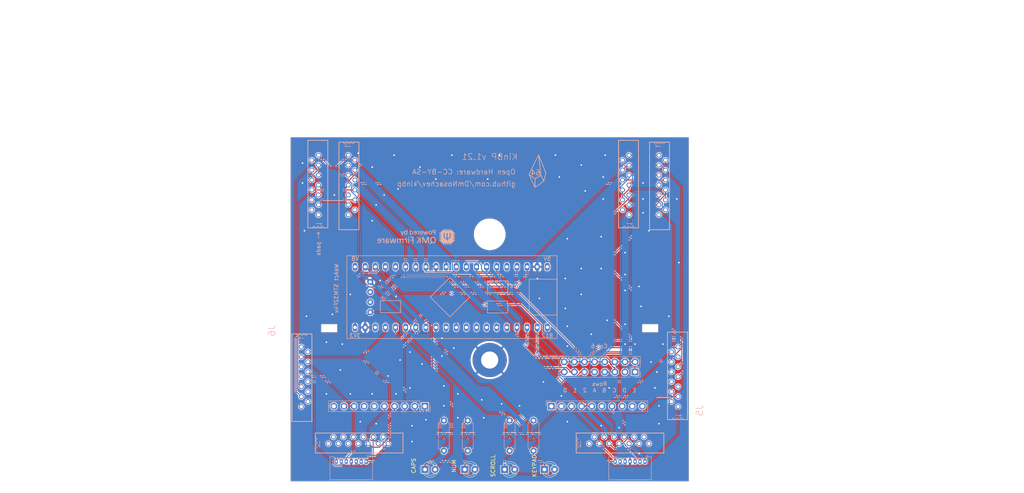
<source format=kicad_pcb>
(kicad_pcb (version 20221018) (generator pcbnew)
  (title_block (title "KinBP controller PCB") (date "2022-06-20") (rev "1.21"))
  (layers (0 "F.Cu" signal) (31 "B.Cu" signal) (34 "B.Paste" user) (35 "F.Paste" user) (36 "B.SilkS" user "B.Silkscreen") (37 "F.SilkS" user "F.Silkscreen") (38 "B.Mask" user) (39 "F.Mask" user) (44 "Edge.Cuts" user))
  (net 0 "")
  (net 1 "/3V3")
  (net 2 "GND")
  (net 34 "LED_KPD_R")
  (net 35 "COL_5")
  (net 36 "ROW_9")
  (net 37 "ROW_7")
  (net 38 "COL_6")
  (net 39 "ROW_8")
  (net 40 "ROW_6")
  (net 41 "COL_0")
  (net 42 "ROW_4")
  (net 43 "ROW_1")
  (net 44 "COL_1")
  (net 45 "COL_2")
  (net 46 "COL_4")
  (net 47 "ROW_5")
  (net 48 "ROW_3")
  (net 49 "ROW_2")
  (net 50 "ROW_0")
  (net 51 "COL_3")
  (net 52 "ROW_D")
  (net 53 "ROW_E")
  (net 54 "ROW_C")
  (net 55 "ROW_B")
  (net 56 "ROW_A")
  (net 57 "LED_CAPS")
  (net 58 "LED_NUM")
  (net 59 "LED_SCRL")
  (net 60 "LED_KPD")
  (net 61 "LED_SCRL_R")
  (net 62 "LED_NUM_R")
  (net 63 "LED_CAPS_R")
  (footprint "MountingHole:MountingHole_6mm" (layer "F.Cu") (at 142 74.9)
    (fp_text reference "H2" hide)
    (fp_text value "mounting pad")
  )
  (footprint "MountingHole:MountingHole_4.3mm_M4_Pad" (layer "F.Cu") (at 142 106.5)
    (fp_text reference "H1" hide)
    (fp_text value "mounting pad" hide)
  )
  (footprint "LED_THT:LED_D3.0mm" (layer "F.Cu") (at 135.75 134)
    (fp_text reference "LED3" hide)
    (fp_text value "3mm")
  )
  (footprint "LED_THT:LED_D3.0mm" (layer "F.Cu") (at 145.75 134)
    (fp_text reference "LED2" hide)
    (fp_text value "3mm")
  )
  (footprint "LED_THT:LED_D3.0mm" (layer "F.Cu") (at 155.75 134)
    (fp_text reference "LED1" hide)
    (fp_text value "3mm")
  )
  (footprint "LED_THT:LED_D3.0mm" (layer "F.Cu") (at 125.75 134)
    (fp_text reference "LED4" hide)
    (fp_text value "3mm")
  )
  (footprint "Connector_PinHeader_2.54mm:PinHeader_1x10_P2.54mm_Vertical" (layer "B.Cu") (at 157.48 118.11 -90)
    (fp_text reference "J8" hide)
    (fp_text value "RIGHT_THUMB" hide)
  )
  (footprint "footprints:39-53-2135" (layer "B.Cu") (at 174.5 127.5)
    (fp_text reference "J11" hide)
    (fp_text value "RIGHT_THUMB")
  )
  (footprint "footprints:39-53-2135" (layer "B.Cu") (at 94.7 110.7 -90)
    (fp_text reference "J6")
    (fp_text value "LEFT_KEYWELL")
  )
  (footprint "footprints:39-53-2135" (layer "B.Cu") (at 99 62.5 90)
    (fp_text reference "J2" hide)
    (fp_text value "LEFT_TOP")
  )
  (footprint "footprints:39-53-2135" (layer "B.Cu") (at 189.3 110.7 90)
    (fp_text reference "J5")
    (fp_text value "RIGHT_KEYWELL")
  )
  (footprint "footprints:39-53-2135" (layer "B.Cu") (at 109 127.5)
    (fp_text reference "J10" hide)
    (fp_text value "LEFT_THUMB")
  )
  (footprint "footprints:39-53-2135" (layer "B.Cu") (at 184.5 62.5 -90)
    (fp_text reference "J3" hide)
    (fp_text value "RIGHT_TOP")
  )
  (footprint "Connector_PinHeader_2.54mm:PinHeader_1x10_P2.54mm_Vertical" (layer "B.Cu") (at 125.73 118.11 90)
    (fp_text reference "J7" hide)
    (fp_text value "LEFT_THUMB" hide)
  )
  (footprint "logo:q64logo" (layer "B.Cu") (at 154 59 180)
    (fp_text reference "G1" hide)
    (fp_text value "LOGO" hide)
  )
  (footprint "Connector_PinHeader_2.54mm:PinHeader_2x08_P2.54mm_Vertical" (layer "B.Cu") (at 178.5 109.5 90)
    (fp_text reference "J9" hide)
    (fp_text value "Conn_02x08_Odd_Even")
  )
  (footprint "logo:qmk-small" (layer "B.Cu") (at 123.5 75.5 180)
    (fp_text reference "G***" hide)
    (fp_text value "LOGO" hide)
  )
  (footprint "Resistor_SMD:R_0805_2012Metric_Pad1.20x1.40mm_HandSolder" (layer "B.Cu") (at 130.5 125.5)
    (fp_text reference "R4" hide)
    (fp_text value "1k")
  )
  (footprint "Resistor_SMD:R_0805_2012Metric_Pad1.20x1.40mm_HandSolder" (layer "B.Cu") (at 136.5 125.5)
    (fp_text reference "R3" hide)
    (fp_text value "1k")
  )
  (footprint "Resistor_SMD:R_0805_2012Metric_Pad1.20x1.40mm_HandSolder" (layer "B.Cu") (at 147 125.5)
    (fp_text reference "R2" hide)
    (fp_text value "1k")
  )
  (footprint "Resistor_SMD:R_0805_2012Metric_Pad1.20x1.40mm_HandSolder" (layer "B.Cu") (at 153 125.5)
    (fp_text reference "R1" hide)
    (fp_text value "1k")
  )
  (footprint "footprints:STM32F4x1_MiniF4" (layer "B.Cu") (at 132.334 90.678 180)
    (fp_text reference "U1" hide)
    (fp_text value "weact_STM32F4x1")
  )
  (footprint "footprints:39-53-2135" (layer "B.Cu") (at 106.5 62.5 -90)
    (fp_text reference "J1" hide)
    (fp_text value "LEFT_TOP")
  )
  (footprint "Resistor_THT:R_Axial_DIN0207_L6.3mm_D2.5mm_P7.62mm_Horizontal" (layer "B.Cu") (at 153 121.69 -90)
    (fp_text reference "R5" hide)
    (fp_text value "1k")
  )
  (footprint "footprints:39-53-2135" (layer "B.Cu") (at 177 62.5 90)
    (fp_text reference "J4" hide)
    (fp_text value "RIGHT_TOP")
  )
  (footprint "Resistor_THT:R_Axial_DIN0207_L6.3mm_D2.5mm_P7.62mm_Horizontal" (layer "B.Cu") (at 130.5 121.69 -90)
    (fp_text reference "R8" hide)
    (fp_text value "1k")
  )
  (footprint "Connector_Molex:Molex_PicoBlade_53048-0710_1x07_P1.25mm_Horizontal" (layer "B.Cu") (at 111 132 180)
    (fp_text reference "J13" hide)
    (fp_text value "LEFT_THUMB")
  )
  (footprint "Connector_Molex:Molex_PicoBlade_53048-0710_1x07_P1.25mm_Horizontal" (layer "B.Cu") (at 181 132 180)
    (fp_text reference "J12" hide)
    (fp_text value "RIGHT_THUMB")
  )
  (footprint "Resistor_THT:R_Axial_DIN0207_L6.3mm_D2.5mm_P7.62mm_Horizontal" (layer "B.Cu") (at 136.5 121.69 -90)
    (fp_text reference "R7" hide)
    (fp_text value "1k")
  )
  (footprint "Resistor_THT:R_Axial_DIN0207_L6.3mm_D2.5mm_P7.62mm_Horizontal" (layer "B.Cu") (at 147 121.69 -90)
    (fp_text reference "R6" hide)
    (fp_text value "1k")
  )
  (gr_line (start 92 137) (end 92 50.5) (stroke (width 0.05)) (layer "Edge.Cuts"))
  (gr_line (start 184.3 99.5) (end 182.3 99.5) (stroke (width 0.05)) (layer "Edge.Cuts"))
  (gr_line (start 99.7 99.5) (end 101.7 99.5) (stroke (width 0.05)) (layer "Edge.Cuts"))
  (gr_line (start 192 137) (end 92 137) (stroke (width 0.05)) (layer "Edge.Cuts"))
  (gr_line (start 180.3 97.5) (end 184.3 97.5) (stroke (width 0.05)) (layer "Edge.Cuts"))
  (gr_line (start 103.7 99.5) (end 103.7 97.5) (stroke (width 0.05)) (layer "Edge.Cuts"))
  (gr_line (start 184.3 97.5) (end 184.3 99.5) (stroke (width 0.05)) (layer "Edge.Cuts"))
  (gr_line (start 182.3 99.5) (end 180.3 99.5) (stroke (width 0.05)) (layer "Edge.Cuts"))
  (gr_line (start 192 50.5) (end 192 137) (stroke (width 0.05)) (layer "Edge.Cuts"))
  (gr_line (start 99.7 97.5) (end 99.7 99.5) (stroke (width 0.05)) (layer "Edge.Cuts"))
  (gr_line (start 92 50.5) (end 192 50.5) (stroke (width 0.05)) (layer "Edge.Cuts"))
  (gr_line (start 180.3 99.5) (end 180.3 97.5) (stroke (width 0.05)) (layer "Edge.Cuts"))
  (gr_line (start 101.7 99.5) (end 103.7 99.5) (stroke (width 0.05)) (layer "Edge.Cuts"))
  (gr_line (start 103.7 97.5) (end 99.7 97.5) (stroke (width 0.05)) (layer "Edge.Cuts"))
  (gr_text "Open Hardware: CC-BY-SA" (at 148.6 59.2) (layer "B.SilkS") (effects (font (size 1.25 1.25)) (justify left mirror)))
  (gr_text "↑" (at 99 75) (layer "B.SilkS") (effects (font (size 2 2)) (justify mirror)))
  (gr_text "WeAct STM32F4x" (at 103.5 88.5 90) (layer "B.SilkS") (effects (font (size 1 1)) (justify mirror)))
  (gr_text "Rows\nE  D  C  B  A  2  1  0" (at 169.61 113.31) (layer "B.SilkS") (effects (font (size 1 1)) (justify mirror)))
  (gr_text "github.com/DmNosachev/kinbp" (at 148.6 62.2) (layer "B.SilkS") (effects (font (size 1.254 1.254)) (justify left mirror)))
  (gr_text "pads" (at 99 78.5 90) (layer "B.SilkS") (effects (font (size 1 1)) (justify mirror)))
  (gr_text "Col 6" (at 169.5 103) (layer "B.SilkS") (effects (font (size 1 1)) (justify mirror)))
  (gr_text "KinBP v1.21" (at 142 55.4) (layer "B.SilkS") (effects (font (size 1.524 1.524)) (justify mirror)))
  (gr_text "CAPS" (at 123.5 135.066 90) (layer "F.SilkS") (effects (font (size 1 1)) (justify left bottom)))
  (gr_text "NUM" (at 133.632 134.866 90) (layer "F.SilkS") (effects (font (size 1 1)) (justify left bottom)))
  (gr_text "SCROLL" (at 143.432 136 90) (layer "F.SilkS") (effects (font (size 1 1)) (justify left bottom)))
  (gr_text "KEYPAD" (at 153.832 136 90) (layer "F.SilkS") (effects (font (size 1 1)) (justify left bottom)))
  (segment (start 108.204 97.0203) (end 109.4817 97.0203) (width 0.25) (layer "F.Cu") (net 1))
  (segment (start 147.1122 132.8222) (end 139.4678 132.8222) (width 0.25) (layer "F.Cu") (net 1))
  (segment (start 108.204 98.298) (end 108.204 97.0203) (width 0.25) (layer "F.Cu") (net 1))
  (segment (start 148.29 134) (end 147.1122 132.8222) (width 0.25) (layer "F.Cu") (net 1))
  (segment (start 149.3388 87.1157) (end 149.3388 87.1156) (width 0.25) (layer "F.Cu") (net 1))
  (segment (start 139.4678 132.8222) (end 138.29 134) (width 0.25) (layer "F.Cu") (net 1))
  (segment (start 119.3863 87.1157) (end 149.3388 87.1157) (width 0.25) (layer "F.Cu") (net 1))
  (segment (start 112.014 94.488) (end 119.3863 87.1157) (width 0.25) (layer "F.Cu") (net 1))
  (segment (start 109.4817 97.0203) (end 112.014 94.488) (width 0.25) (layer "F.Cu") (net 1))
  (via (at 149.3388 87.1156) (size 0.8) (drill 0.4) (layers "F.Cu" "B.Cu") (net 1))
  (segment (start 132.4247 129.8653) (end 132.4247 112.5679) (width 0.25) (layer "B.Cu") (net 1))
  (segment (start 151.384 85.0704) (end 151.384 83.058) (width 0.25) (layer "B.Cu") (net 1))
  (segment (start 157.1122 135.1778) (end 149.4678 135.1778) (width 0.25) (layer "B.Cu") (net 1))
  (segment (start 130.9212 131.3688) (end 134.7302 135.1778) (width 0.25) (layer "B.Cu") (net 1))
  (segment (start 116.2501 94.488) (end 112.014 94.488) (width 0.25) (layer "B.Cu") (net 1))
  (segment (start 132.4247 112.5679) (end 119.6483 99.7915) (width 0.25) (layer "B.Cu") (net 1))
  (segment (start 119.6483 97.8862) (end 116.2501 94.488) (width 0.25) (layer "B.Cu") (net 1))
  (segment (start 134.7302 135.1778) (end 137.1122 135.1778) (width 0.25) (layer "B.Cu") (net 1))
  (segment (start 149.4678 135.1778) (end 148.29 134) (width 0.25) (layer "B.Cu") (net 1))
  (segment (start 158.29 134) (end 157.1122 135.1778) (width 0.25) (layer "B.Cu") (net 1))
  (segment (start 128.29 134) (end 130.9212 131.3688) (width 0.25) (layer "B.Cu") (net 1))
  (segment (start 137.1122 135.1778) (end 138.29 134) (width 0.25) (layer "B.Cu") (net 1))
  (segment (start 119.6483 99.7915) (end 119.6483 97.8862) (width 0.25) (layer "B.Cu") (net 1))
  (segment (start 149.3388 87.1156) (end 151.384 85.0704) (width 0.25) (layer "B.Cu") (net 1))
  (segment (start 130.9212 131.3688) (end 132.4247 129.8653) (width 0.25) (layer "B.Cu") (net 1))
  (via (at 130 105.5) (size 0.8) (drill 0.4) (layers "F.Cu" "B.Cu") (net 2))
  (via (at 171.5 96.5) (size 0.8) (drill 0.4) (layers "F.Cu" "B.Cu") (net 2))
  (via (at 122.5 127) (size 0.8) (drill 0.4) (layers "F.Cu" "B.Cu") (net 2))
  (via (at 171 55) (size 0.8) (drill 0.4) (layers "F.Cu" "B.Cu") (net 2))
  (via (at 176 97.5) (size 0.8) (drill 0.4) (layers "F.Cu" "B.Cu") (net 2))
  (via (at 144.5 55) (size 0.8) (drill 0.4) (layers "F.Cu" "B.Cu") (net 2))
  (via (at 183.5 113.5) (size 0.8) (drill 0.4) (layers "F.Cu" "B.Cu") (net 2))
  (via (at 104.5 109) (size 0.8) (drill 0.4) (layers "F.Cu" "B.Cu") (net 2))
  (via (at 170 75.5) (size 0.8) (drill 0.4) (layers "F.Cu" "B.Cu") (net 2))
  (via (at 187 95.5) (size 0.8) (drill 0.4) (layers "F.Cu" "B.Cu") (net 2))
  (via (at 134 115) (size 0.8) (drill 0.4) (layers "F.Cu" "B.Cu") (net 2))
  (via (at 116.5 110.5) (size 0.8) (drill 0.4) (layers "F.Cu" "B.Cu") (net 2))
  (via (at 158.5 55) (size 0.8) (drill 0.4) (layers "F.Cu" "B.Cu") (net 2))
  (via (at 102.5 95) (size 0.8) (drill 0.4) (layers "F.Cu" "B.Cu") (net 2))
  (via (at 96 95.5) (size 0.8) (drill 0.4) (layers "F.Cu" "B.Cu") (net 2))
  (via (at 130.5 118) (size 0.8) (drill 0.4) (layers "F.Cu" "B.Cu") (net 2))
  (via (at 134 121) (size 0.8) (drill 0.4) (layers "F.Cu" "B.Cu") (net 2))
  (via (at 140.5 121) (size 0.8) (drill 0.4) (layers "F.Cu" "B.Cu") (net 2))
  (via (at 180.5 62) (size 0.8) (drill 0.4) (layers "F.Cu" "B.Cu") (net 2))
  (via (at 165 57.5) (size 0.8) (drill 0.4) (layers "F.Cu" "B.Cu") (net 2))
  (via (at 122 104.5) (size 0.8) (drill 0.4) (layers "F.Cu" "B.Cu") (net 2))
  (via (at 172 113.5) (size 0.8) (drill 0.4) (layers "F.Cu" "B.Cu") (net 2))
  (via (at 166 64) (size 0.8) (drill 0.4) (layers "F.Cu" "B.Cu") (net 2))
  (via (at 161.5 103) (size 0.8) (drill 0.4) (layers "F.Cu" "B.Cu") (net 2))
  (via (at 112.5 58) (size 0.8) (drill 0.4) (layers "F.Cu" "B.Cu") (net 2))
  (via (at 95 62) (size 0.8) (drill 0.4) (layers "F.Cu" "B.Cu") (net 2))
  (via (at 101 102) (size 0.8) (drill 0.4) (layers "F.Cu" "B.Cu") (net 2))
  (via (at 170 83.5) (size 0.8) (drill 0.4) (layers "F.Cu" "B.Cu") (net 2))
  (via (at 159.5 60.5) (size 0.8) (drill 0.4) (layers "F.Cu" "B.Cu") (net 2))
  (via (at 130 101) (size 0.8) (drill 0.4) (layers "F.Cu" "B.Cu") (net 2))
  (via (at 107 90) (size 0.8) (drill 0.4) (layers "F.Cu" "B.Cu") (net 2))
  (via (at 149.5 118) (size 0.8) (drill 0.4) (layers "F.Cu" "B.Cu") (net 2))
  (via (at 176 89) (size 0.8) (drill 0.4) (layers "F.Cu" "B.Cu") (net 2))
  (via (at 189.5 82) (size 0.8) (drill 0.4) (layers "F.Cu" "B.Cu") (net 2))
  (via (at 155.5 112) (size 0.8) (drill 0.4) (layers "F.Cu" "B.Cu") (net 2))
  (via (at 95 57) (size 0.8) (drill 0.4) (layers "F.Cu" "B.Cu") (net 2))
  (via (at 119 63.5) (size 0.8) (drill 0.4) (layers "F.Cu" "B.Cu") (net 2))
  (via (at 114.5 86.5) (size 0.8) (drill 0.4) (layers "F.Cu" "B.Cu") (net 2))
  (via (at 103 65) (size 0.8) (drill 0.4) (layers "F.Cu" "B.Cu") (net 2))
  (via (at 170 123) (size 0.8) (drill 0.4) (layers "F.Cu" "B.Cu") (net 2))
  (via (at 109 54.5) (size 0.8) (drill 0.4) (layers "F.Cu" "B.Cu") (net 2))
  (via (at 180.5 66) (size 0.8) (drill 0.4) (layers "F.Cu" "B.Cu") (net 2))
  (via (at 154 86) (size 0.8) (drill 0.4) (layers "F.Cu" "B.Cu") (net 2))
  (via (at 185.5 102.5) (size 0.8) (drill 0.4) (layers "F.Cu" "B.Cu") (net 2))
  (via (at 141.5 61) (size 0.8) (drill 0.4) (layers "F.Cu" "B.Cu") (net 2))
  (via (at 112.5 71.5) (size 0.8) (drill 0.4) (layers "F.Cu" "B.Cu") (net 2))
  (via (at 179.5 88) (size 0.8) (drill 0.4) (layers "F.Cu" "B.Cu") (net 2))
  (via (at 95.5 74) (size 0.8) (drill 0.4) (layers "F.Cu" "B.Cu") (net 2))
  (via (at 176 102.5) (size 0.8) (drill 0.4) (layers "F.Cu" "B.Cu") (net 2))
  (via (at 145 117.5) (size 0.8) (drill 0.4) (layers "F.Cu" "B.Cu") (net 2))
  (via (at 133 103.5) (size 0.8) (drill 0.4) (layers "F.Cu" "B.Cu") (net 2))
  (via (at 101 115) (size 0.8) (drill 0.4) (layers "F.Cu" "B.Cu") (net 2))
  (via (at 161.5 76) (size 0.8) (drill 0.4) (layers "F.Cu" "B.Cu") (net 2))
  (via (at 122 113.5) (size 0.8) (drill 0.4) (layers "F.Cu" "B.Cu") (net 2))
  (via (at 112.5 115) (size 0.8) (drill 0.4) (layers "F.Cu" "B.Cu") (net 2))
  (via (at 107 115) (size 0.8) (drill 0.4) (layers "F.Cu" "B.Cu") (net 2))
  (via (at 160 115.5) (size 0.8) (drill 0.4) (layers "F.Cu" "B.Cu") (net 2))
  (via (at 182 74) (size 0.8) (drill 0.4) (layers "F.Cu" "B.Cu") (net 2))
  (via (at 178.5 102.5) (size 0.8) (drill 0.4) (layers "F.Cu" "B.Cu") (net 2))
  (via (at 105 102.5) (size 0.8) (drill 0.4) (layers "F.Cu" "B.Cu") (net 2))
  (via (at 140 116.5) (size 0.8) (drill 0.4) (layers "F.Cu" "B.Cu") (net 2))
  (via (at 180.5 69.5) (size 0.8) (drill 0.4) (layers "F.Cu" "B.Cu") (net 2))
  (via (at 154.5 91) (size 0.8) (drill 0.4) (layers "F.Cu" "B.Cu") (net 2))
  (via (at 170.5 66) (size 0.8) (drill 0.4) (layers "F.Cu" "B.Cu") (net 2))
  (via (at 119.5 106.5) (size 0.8) (drill 0.4) (layers "F.Cu" "B.Cu") (net 2))
  (via (at 118.5 115) (size 0.8) (drill 0.4) (layers "F.Cu" "B.Cu") (net 2))
  (via (at 170.5 60.5) (size 0.8) (drill 0.4) (layers "F.Cu" "B.Cu") (net 2))
  (via (at 180 93) (size 0.8) (drill 0.4) (layers "F.Cu" "B.Cu") (net 2))
  (via (at 109.5 122) (size 0.8) (drill 0.4) (layers "F.Cu" "B.Cu") (net 2))
  (via (at 128.5 61) (size 0.8) (drill 0.4) (layers "F.Cu" "B.Cu") (net 2))
  (via (at 184.5 122.5) (size 0.8) (drill 0.4) (layers "F.Cu" "B.Cu") (net 2))
  (via (at 167.5 100) (size 0.8) (drill 0.4) (layers "F.Cu" "B.Cu") (net 2))
  (via (at 118.5 90.5) (size 0.8) (drill 0.4) (layers "F.Cu" "B.Cu") (net 2))
  (via (at 179.5 130) (size 0.8) (drill 0.4) (layers "F.Cu" "B.Cu") (net 2))
  (via (at 174.5 123.5) (size 0.8) (drill 0.4) (layers "F.Cu" "B.Cu") (net 2))
  (via (at 113.5 67.5) (size 0.8) (drill 0.4) (layers "F.Cu" "B.Cu") (net 2))
  (via (at 161 86) (size 0.8) (drill 0.4) (layers "F.Cu" "B.Cu") (net 2))
  (via (at 176 79.5) (size 0.8) (drill 0.4) (layers "F.Cu" "B.Cu") (net 2))
  (via (at 184.5 118) (size 0.8) (drill 0.4) (layers "F.Cu" "B.Cu") (net 2))
  (via (at 125 107.5) (size 0.8) (drill 0.4) (layers "F.Cu" "B.Cu") (net 2))
  (via (at 161.5 98) (size 0.8) (drill 0.4) (layers "F.Cu" "B.Cu") (net 2))
  (via (at 176 85) (size 0.8) (drill 0.4) (layers "F.Cu" "B.Cu") (net 2))
  (via (at 122.5 123) (size 0.8) (drill 0.4) (layers "F.Cu" "B.Cu") (net 2))
  (via (at 189 66) (size 0.8) (drill 0.4) (layers "F.Cu" "B.Cu") (net 2))
  (via (at 130.5 113) (size 0.8) (drill 0.4) (layers "F.Cu" "B.Cu") (net 2))
  (via (at 161 93.5) (size 0.8) (drill 0.4) (layers "F.Cu" "B.Cu") (net 2))
  (via (at 132.5 55) (size 0.8) (drill 0.4) (layers "F.Cu" "B.Cu") (net 2))
  (via (at 165 90) (size 0.8) (drill 0.4) (layers "F.Cu" "B.Cu") (net 2))
  (via (at 124.5 58) (size 0.8) (drill 0.4) (layers "F.Cu" "B.Cu") (net 2))
  (via (at 115.5 65) (size 0.8) (drill 0.4) (layers "F.Cu" "B.Cu") (net 2))
  (via (at 113.5 122.5) (size 0.8) (drill 0.4) (layers "F.Cu" "B.Cu") (net 2))
  (via (at 182.5 107) (size 0.8) (drill 0.4) (layers "F.Cu" "B.Cu") (net 2))
  (via (at 118 55) (size 0.8) (drill 0.4) (layers "F.Cu" "B.Cu") (net 2))
  (via (at 161.5 122) (size 0.8) (drill 0.4) (layers "F.Cu" "B.Cu") (net 2))
  (via (at 184 109.5) (size 0.8) (drill 0.4) (layers "F.Cu" "B.Cu") (net 2))
  (via (at 165 83.5) (size 0.8) (drill 0.4) (layers "F.Cu" "B.Cu") (net 2))
  (via (at 126 121.5) (size 0.8) (drill 0.4) (layers "F.Cu" "B.Cu") (net 2))
  (segment (start 153 130.3877) (end 153.3154 130.3877) (width 0.25) (layer "B.Cu") (net 34))
  (segment (start 155.75 134) (end 155.75 132.8223) (width 0.25) (layer "B.Cu") (net 34))
  (segment (start 153 129.1523) (end 153 128.2323) (width 0.25) (layer "B.Cu") (net 34))
  (segment (start 154 127.2323) (end 154 125.5) (width 0.25) (layer "B.Cu") (net 34))
  (segment (start 153.3154 130.3877) (end 155.75 132.8223) (width 0.25) (layer "B.Cu") (net 34))
  (segment (start 153 129.1523) (end 153 129.31) (width 0.25) (layer "B.Cu") (net 34))
  (segment (start 153 128.2323) (end 154 127.2323) (width 0.25) (layer "B.Cu") (net 34))
  (segment (start 153 129.31) (end 153 130.3877) (width 0.25) (layer "B.Cu") (net 34))
  (segment (start 107.9277 131.0723) (end 103.5 131.0723) (width 0.25) (layer "F.Cu") (net 35))
  (segment (start 184.9 57.5) (end 186.15 58.75) (width 0.25) (layer "F.Cu") (net 35))
  (segment (start 177 57.5) (end 176.6 57.5) (width 0.25) (layer "F.Cu") (net 35))
  (segment (start 117.7734 124.9682) (end 114.3316 128.41) (width 0.25) (layer "F.Cu") (net 35))
  (segment (start 174.8682 124.9682) (end 117.7734 124.9682) (width 0.25) (layer "F.Cu") (net 35))
  (segment (start 184.5 57.5) (end 184.9 57.5) (width 0.25) (layer "F.Cu") (net 35))
  (segment (start 103.5 132) (end 103.5 131.0723) (width 0.25) (layer "F.Cu") (net 35))
  (segment (start 177 57.5) (end 184.5 57.5) (width 0.25) (layer "F.Cu") (net 35))
  (segment (start 175.75 125.85) (end 174.8682 124.9682) (width 0.25) (layer "F.Cu") (net 35))
  (segment (start 111.5 127.5) (end 107.9277 131.0723) (width 0.25) (layer "F.Cu") (net 35))
  (segment (start 112.41 128.41) (end 111.5 127.5) (width 0.25) (layer "F.Cu") (net 35))
  (segment (start 176.6 57.5) (end 175.35 58.75) (width 0.25) (layer "F.Cu") (net 35))
  (segment (start 114.3316 128.41) (end 112.41 128.41) (width 0.25) (layer "F.Cu") (net 35))
  (segment (start 176.5915 125.85) (end 175.75 125.85) (width 0.25) (layer "B.Cu") (net 35))
  (segment (start 181 130.2585) (end 176.5915 125.85) (width 0.25) (layer "B.Cu") (net 35))
  (segment (start 175.26 118.11) (end 175.26 119.2377) (width 0.25) (layer "B.Cu") (net 35))
  (segment (start 180.6141 119.7277) (end 184.2696 116.0722) (width 0.25) (layer "B.Cu") (net 35))
  (segment (start 111.5 123.3077) (end 111.5 127.5) (width 0.25) (layer "B.Cu") (net 35))
  (segment (start 187.6693 116.0722) (end 190.1964 113.5451) (width 0.25) (layer "B.Cu") (net 35))
  (segment (start 181 132) (end 181 130.2585) (width 0.25) (layer "B.Cu") (net 35))
  (segment (start 115.57 119.2377) (end 111.5 123.3077) (width 0.25) (layer "B.Cu") (net 35))
  (segment (start 153.2357 80.8643) (end 134.52 80.8643) (width 0.25) (layer "B.Cu") (net 35))
  (segment (start 175.75 125.85) (end 175.75 119.7277) (width 0.25) (layer "B.Cu") (net 35))
  (segment (start 175.35 58.75) (end 153.2357 80.8643) (width 0.25) (layer "B.Cu") (net 35))
  (segment (start 190.1964 113.5451) (end 190.1964 62.7964) (width 0.25) (layer "B.Cu") (net 35))
  (segment (start 175.75 119.7277) (end 175.26 119.2377) (width 0.25) (layer "B.Cu") (net 35))
  (segment (start 175.75 119.7277) (end 180.6141 119.7277) (width 0.25) (layer "B.Cu") (net 35))
  (segment (start 115.57 118.11) (end 115.57 119.2377) (width 0.25) (layer "B.Cu") (net 35))
  (segment (start 134.52 80.8643) (end 133.604 81.7803) (width 0.25) (layer "B.Cu") (net 35))
  (segment (start 190.1964 62.7964) (end 186.15 58.75) (width 0.25) (layer "B.Cu") (net 35))
  (segment (start 133.604 83.058) (end 133.604 81.7803) (width 0.25) (layer "B.Cu") (net 35))
  (segment (start 184.2696 116.0722) (end 187.6693 116.0722) (width 0.25) (layer "B.Cu") (net 35))
  (segment (start 161.3383 104.45) (end 156.464 99.5757) (width 0.25) (layer "F.Cu") (net 36))
  (segment (start 156.464 98.298) (end 156.464 99.5757) (width 0.25) (layer "F.Cu") (net 36))
  (segment (start 187.65 104.45) (end 161.3383 104.45) (width 0.25) (layer "F.Cu") (net 36))
  (segment (start 173.25 125.85) (end 173.25 122.3077) (width 0.25) (layer "B.Cu") (net 36))
  (segment (start 187.3217 104.45) (end 187.65 104.45) (width 0.25) (layer "B.Cu") (net 36))
  (segment (start 179.75 132) (end 179.75 131.0723) (width 0.25) (layer "B.Cu") (net 36))
  (segment (start 171.712 120.7696) (end 173.8478 118.6338) (width 0.25) (layer "B.Cu") (net 36))
  (segment (start 176.1222 127.8397) (end 174.1325 125.85) (width 0.25) (layer "B.Cu") (net 36))
  (segment (start 176.1222 127.9728) (end 176.1222 127.8397) (width 0.25) (layer "B.Cu") (net 36))
  (segment (start 179.75 131.0723) (end 179.2217 131.0723) (width 0.25) (layer "B.Cu") (net 36))
  (segment (start 174.1325 125.85) (end 173.25 125.85) (width 0.25) (layer "B.Cu") (net 36))
  (segment (start 179.2217 131.0723) (end 176.1222 127.9728) (width 0.25) (layer "B.Cu") (net 36))
  (segment (start 170.18 118.11) (end 170.18 119.2377) (width 0.25) (layer "B.Cu") (net 36))
  (segment (start 173.8478 118.6338) (end 173.8478 117.9239) (width 0.25) (layer "B.Cu") (net 36))
  (segment (start 171.712 120.7696) (end 170.18 119.2377) (width 0.25) (layer "B.Cu") (net 36))
  (segment (start 173.8478 117.9239) (end 187.3217 104.45) (width 0.25) (layer "B.Cu") (net 36))
  (segment (start 173.25 122.3077) (end 171.712 120.7696) (width 0.25) (layer "B.Cu") (net 36))
  (segment (start 166.2277 117.8281) (end 168.3558 115.7) (width 0.25) (layer "F.Cu") (net 37))
  (segment (start 168.3558 115.7) (end 189.3 115.7) (width 0.25) (layer "F.Cu") (net 37))
  (segment (start 151.384 102.4355) (end 151.384 98.298) (width 0.25) (layer "F.Cu") (net 37))
  (segment (start 166.2277 118.11) (end 166.2277 117.8281) (width 0.25) (layer "F.Cu") (net 37))
  (segment (start 165.1 118.11) (end 166.2277 118.11) (width 0.25) (layer "F.Cu") (net 37))
  (segment (start 151.0938 102.7257) (end 151.384 102.4355) (width 0.25) (layer "F.Cu") (net 37))
  (via (at 151.0938 102.7257) (size 0.8) (drill 0.4) (layers "F.Cu" "B.Cu") (net 37))
  (segment (start 174.75 132.9277) (end 173.1781 132.9277) (width 0.25) (layer "B.Cu") (net 37))
  (segment (start 164.9068 116.9823) (end 165.1 116.9823) (width 0.25) (layer "B.Cu") (net 37))
  (segment (start 170.75 130.4996) (end 170.75 125.85) (width 0.25) (layer "B.Cu") (net 37))
  (segment (start 173.1781 132.9277) (end 170.75 130.4996) (width 0.25) (layer "B.Cu") (net 37))
  (segment (start 170.75 124.8877) (end 165.1 119.2377) (width 0.25) (layer "B.Cu") (net 37))
  (segment (start 151.0938 103.1693) (end 164.9068 116.9823) (width 0.25) (layer "B.Cu") (net 37))
  (segment (start 165.1 118.11) (end 165.1 119.2377) (width 0.25) (layer "B.Cu") (net 37))
  (segment (start 165.1 118.11) (end 165.1 116.9823) (width 0.25) (layer "B.Cu") (net 37))
  (segment (start 151.0938 102.7257) (end 151.0938 103.1693) (width 0.25) (layer "B.Cu") (net 37))
  (segment (start 174.75 132) (end 174.75 132.9277) (width 0.25) (layer "B.Cu") (net 37))
  (segment (start 170.75 125.85) (end 170.75 124.8877) (width 0.25) (layer "B.Cu") (net 37))
  (segment (start 173.42 106.96) (end 175.96 106.96) (width 0.25) (layer "F.Cu") (net 38))
  (segment (start 163.26 106.96) (end 165.8 106.96) (width 0.25) (layer "F.Cu") (net 38))
  (segment (start 168.34 106.96) (end 170.88 106.96) (width 0.25) (layer "F.Cu") (net 38))
  (segment (start 165.8 106.96) (end 168.34 106.96) (width 0.25) (layer "F.Cu") (net 38))
  (segment (start 176.6409 126.2177) (end 176.6409 123.1586) (width 0.25) (layer "F.Cu") (net 38))
  (segment (start 118.11 118.11) (end 118.11 119.2377) (width 0.25) (layer "F.Cu") (net 38))
  (segment (start 172.72 118.11) (end 172.72 119.2377) (width 0.25) (layer "F.Cu") (net 38))
  (segment (start 174.5 127.5) (end 175.3586 127.5) (width 0.25) (layer "F.Cu") (net 38))
  (segment (start 176.6409 123.1586) (end 172.72 119.2377) (width 0.25) (layer "F.Cu") (net 38))
  (segment (start 112.75 125.85) (end 112.75 124.5977) (width 0.25) (layer "F.Cu") (net 38))
  (segment (start 112.75 124.5977) (end 118.11 119.2377) (width 0.25) (layer "F.Cu") (net 38))
  (segment (start 175.96 106.96) (end 178.5 106.96) (width 0.25) (layer "F.Cu") (net 38))
  (segment (start 163.26 106.96) (end 160.72 106.96) (width 0.25) (layer "F.Cu") (net 38))
  (segment (start 175.3586 127.5) (end 176.6409 126.2177) (width 0.25) (layer "F.Cu") (net 38))
  (segment (start 173.5 132) (end 111 132) (width 0.25) (layer "F.Cu") (net 38))
  (segment (start 112.75 130.25) (end 112.75 125.85) (width 0.25) (layer "B.Cu") (net 38))
  (segment (start 136.144 83.058) (end 136.144 81.7803) (width 0.25) (layer "B.Cu") (net 38))
  (segment (start 152.654 98.894) (end 152.654 96.4421) (width 0.25) (layer "B.Cu") (net 38))
  (segment (start 111 132) (end 112.75 130.25) (width 0.25) (layer "B.Cu") (net 38))
  (segment (start 139.954 83.7421) (end 139.954 82.6715) (width 0.25) (layer "B.Cu") (net 38))
  (segment (start 172.72 116.9823) (end 174.5568 115.1455) (width 0.25) (layer "B.Cu") (net 38))
  (segment (start 160.72 106.96) (end 152.654 98.894) (width 0.25) (layer "B.Cu") (net 38))
  (segment (start 172.72 118.11) (end 172.72 116.9823) (width 0.25) (layer "B.Cu") (net 38))
  (segment (start 173.5 128.5) (end 174.5 127.5) (width 0.25) (layer "B.Cu") (net 38))
  (segment (start 173.5 132) (end 173.5 128.5) (width 0.25) (layer "B.Cu") (net 38))
  (segment (start 139.0628 81.7803) (end 136.144 81.7803) (width 0.25) (layer "B.Cu") (net 38))
  (segment (start 173.42 107.5238) (end 172.5715 107.5238) (width 0.25) (layer "B.Cu") (net 38))
  (segment (start 174.5568 115.1455) (end 174.5568 108.6606) (width 0.25) (layer "B.Cu") (net 38))
  (segment (start 172.5715 107.5238) (end 172.0077 106.96) (width 0.25) (layer "B.Cu") (net 38))
  (segment (start 152.654 96.4421) (end 139.954 83.7421) (width 0.25) (layer "B.Cu") (net 38))
  (segment (start 139.954 82.6715) (end 139.0628 81.7803) (width 0.25) (layer "B.Cu") (net 38))
  (segment (start 170.88 106.96) (end 172.0077 106.96) (width 0.25) (layer "B.Cu") (net 38))
  (segment (start 173.42 106.96) (end 173.42 107.5238) (width 0.25) (layer "B.Cu") (net 38))
  (segment (start 174.5568 108.6606) (end 173.42 107.5238) (width 0.25) (layer "B.Cu") (net 38))
  (segment (start 177.0278 128.7137) (end 173.2137 128.7137) (width 0.25) (layer "F.Cu") (net 39))
  (segment (start 173.2137 128.7137) (end 172 127.5) (width 0.25) (layer "F.Cu") (net 39))
  (segment (start 178.5 132) (end 178.5 131.0723) (width 0.25) (layer "F.Cu") (net 39))
  (segment (start 177.0278 128.7137) (end 177.0278 129.6001) (width 0.25) (layer "F.Cu") (net 39))
  (segment (start 179.8722 124.7278) (end 179.8722 125.8693) (width 0.25) (layer "F.Cu") (net 39))
  (segment (start 187.65 116.95) (end 179.8722 124.7278) (width 0.25) (layer "F.Cu") (net 39))
  (segment (start 177.0278 129.6001) (end 178.5 131.0723) (width 0.25) (layer "F.Cu") (net 39))
  (segment (start 153.924 105.0381) (end 153.9225 105.0396) (width 0.25) (layer "F.Cu") (net 39))
  (segment (start 153.924 98.298) (end 153.924 105.0381) (width 0.25) (layer "F.Cu") (net 39))
  (segment (start 179.8722 125.8693) (end 177.0278 128.7137) (width 0.25) (layer "F.Cu") (net 39))
  (via (at 153.9225 105.0396) (size 0.8) (drill 0.4) (layers "F.Cu" "B.Cu") (net 39))
  (segment (start 167.64 118.11) (end 167.64 119.2377) (width 0.25) (layer "B.Cu") (net 39))
  (segment (start 167.64 118.11) (end 166.5123 118.11) (width 0.25) (layer "B.Cu") (net 39))
  (segment (start 166.5123 118.11) (end 166.5123 117.6294) (width 0.25) (layer "B.Cu") (net 39))
  (segment (start 166.5123 117.6294) (end 153.9225 105.0396) (width 0.25) (layer "B.Cu") (net 39))
  (segment (start 172 127.5) (end 172 123.5977) (width 0.25) (layer "B.Cu") (net 39))
  (segment (start 172 123.5977) (end 167.64 119.2377) (width 0.25) (layer "B.Cu") (net 39))
  (segment (start 176 132) (end 176 131.0723) (width 0.25) (layer "F.Cu") (net 40))
  (segment (start 173.0723 131.0723) (end 169.5 127.5) (width 0.25) (layer "F.Cu") (net 40))
  (segment (start 176 131.0723) (end 173.0723 131.0723) (width 0.25) (layer "F.Cu") (net 40))
  (segment (start 176.0094 132.9371) (end 181.4146 132.9371) (width 0.25) (layer "B.Cu") (net 40))
  (segment (start 181.4146 132.9371) (end 189.3 125.0517) (width 0.25) (layer "B.Cu") (net 40))
  (segment (start 149.7774 124.8666) (end 149.7774 122.943) (width 0.25) (layer "B.Cu") (net 40))
  (segment (start 189.3 125.0517) (end 189.3 118.2) (width 0.25) (layer "B.Cu") (net 40))
  (segment (start 162.56 119.2377) (end 158.6976 119.2377) (width 0.25) (layer "B.Cu") (net 40))
  (segment (start 141.1787 119.8504) (end 120.904 99.5757) (width 0.25) (layer "B.Cu") (net 40))
  (segment (start 120.904 98.298) (end 120.904 99.5757) (width 0.25) (layer "B.Cu") (net 40))
  (segment (start 176 132.9277) (end 176.0094 132.9371) (width 0.25) (layer "B.Cu") (net 40))
  (segment (start 162.56 119.0973) (end 162.56 119.2377) (width 0.25) (layer "B.Cu") (net 40))
  (segment (start 158.6976 119.2377) (end 153.1212 124.8141) (width 0.25) (layer "B.Cu") (net 40))
  (segment (start 162.56 118.11) (end 162.56 119.0973) (width 0.25) (layer "B.Cu") (net 40))
  (segment (start 162.9105 119.2377) (end 162.56 119.2377) (width 0.25) (layer "B.Cu") (net 40))
  (segment (start 152.6142 126.4819) (end 151.3927 126.4819) (width 0.25) (layer "B.Cu") (net 40))
  (segment (start 146.6848 119.8504) (end 141.1787 119.8504) (width 0.25) (layer "B.Cu") (net 40))
  (segment (start 153.1212 125.9749) (end 152.6142 126.4819) (width 0.25) (layer "B.Cu") (net 40))
  (segment (start 151.3927 126.4819) (end 149.7774 124.8666) (width 0.25) (layer "B.Cu") (net 40))
  (segment (start 149.7774 122.943) (end 146.6848 119.8504) (width 0.25) (layer "B.Cu") (net 40))
  (segment (start 169.5 125.8272) (end 162.9105 119.2377) (width 0.25) (layer "B.Cu") (net 40))
  (segment (start 169.5 127.5) (end 169.5 125.8272) (width 0.25) (layer "B.Cu") (net 40))
  (segment (start 176 132) (end 176 132.9277) (width 0.25) (layer "B.Cu") (net 40))
  (segment (start 153.1212 124.8141) (end 153.1212 125.9749) (width 0.25) (layer "B.Cu") (net 40))
  (segment (start 190.226 102.8823) (end 188.8923 101.5486) (width 0.25) (layer "F.Cu") (net 41))
  (segment (start 187.65 106.0916) (end 190.226 103.5156) (width 0.25) (layer "F.Cu") (net 41))
  (segment (start 120.904 83.058) (end 120.904 84.3357) (width 0.25) (layer "F.Cu") (net 41))
  (segment (start 105.8171 98.8171) (end 105.8171 99.6024) (width 0.25) (layer "F.Cu") (net 41))
  (segment (start 187.65 106.95) (end 187.65 106.0916) (width 0.25) (layer "F.Cu") (net 41))
  (segment (start 167.0686 101.5486) (end 150.8462 85.3262) (width 0.25) (layer "F.Cu") (net 41))
  (segment (start 150.8462 85.3262) (end 120.904 85.3262) (width 0.25) (layer "F.Cu") (net 41))
  (segment (start 112.666 93.218) (end 111.4162 93.218) (width 0.25) (layer "F.Cu") (net 41))
  (segment (start 120.5578 85.3262) (end 112.666 93.218) (width 0.25) (layer "F.Cu") (net 41))
  (segment (start 190.226 103.5156) (end 190.226 102.8823) (width 0.25) (layer "F.Cu") (net 41))
  (segment (start 102.2195 103.2) (end 94.7 103.2) (width 0.25) (layer "F.Cu") (net 41))
  (segment (start 188.8923 101.5486) (end 167.0686 101.5486) (width 0.25) (layer "F.Cu") (net 41))
  (segment (start 120.904 85.3262) (end 120.5578 85.3262) (width 0.25) (layer "F.Cu") (net 41))
  (segment (start 105.8171 99.6024) (end 102.2195 103.2) (width 0.25) (layer "F.Cu") (net 41))
  (segment (start 120.904 85.3262) (end 120.904 84.3357) (width 0.25) (layer "F.Cu") (net 41))
  (segment (start 111.4162 93.218) (end 105.8171 98.8171) (width 0.25) (layer "F.Cu") (net 41))
  (segment (start 107.4024 63.1391) (end 107.2642 63.2773) (width 0.25) (layer "B.Cu") (net 41))
  (segment (start 103.3415 58.1585) (end 102.1585 58.1585) (width 0.25) (layer "B.Cu") (net 41))
  (segment (start 107.2642 63.2773) (end 107.2642 64.1141) (width 0.25) (layer "B.Cu") (net 41))
  (segment (start 103.3416 58.1584) (end 106.0609 60.8778) (width 0.25) (layer "B.Cu") (net 41))
  (segment (start 106.5 55) (end 103.3416 58.1584) (width 0.25) (layer "B.Cu") (net 41))
  (segment (start 102.1585 58.1585) (end 99 55) (width 0.25) (layer "B.Cu") (net 41))
  (segment (start 106.0609 60.8778) (end 106.1371 60.8778) (width 0.25) (layer "B.Cu") (net 41))
  (segment (start 106.1371 60.8778) (end 107.4024 62.1431) (width 0.25) (layer "B.Cu") (net 41))
  (segment (start 107.2642 64.1141) (end 120.904 77.7539) (width 0.25) (layer "B.Cu") (net 41))
  (segment (start 107.4024 62.1431) (end 107.4024 63.1391) (width 0.25) (layer "B.Cu") (net 41))
  (segment (start 120.904 77.7539) (end 120.904 83.058) (width 0.25) (layer "B.Cu") (net 41))
  (segment (start 103.3416 58.1584) (end 103.3415 58.1585) (width 0.25) (layer "B.Cu") (net 41))
  (segment (start 109.75 132) (end 109.75 131.0723) (width 0.25) (layer "F.Cu") (net 42))
  (segment (start 113.5446 130.4554) (end 116.5 127.5) (width 0.25) (layer "F.Cu") (net 42))
  (segment (start 110.3669 130.4554) (end 113.5446 130.4554) (width 0.25) (layer "F.Cu") (net 42))
  (segment (start 109.75 131.0723) (end 110.3669 130.4554) (width 0.25) (layer "F.Cu") (net 42))
  (segment (start 116.8419 119.2377) (end 116.8419 112.8422) (width 0.25) (layer "B.Cu") (net 42))
  (segment (start 116.8419 119.2377) (end 125.73 119.2377) (width 0.25) (layer "B.Cu") (net 42))
  (segment (start 109.6997 105.7) (end 94.7 105.7) (width 0.25) (layer "B.Cu") (net 42))
  (segment (start 125.73 118.11) (end 125.73 119.2377) (width 0.25) (layer "B.Cu") (net 42))
  (segment (start 116.8419 112.8422) (end 109.6997 105.7) (width 0.25) (layer "B.Cu") (net 42))
  (segment (start 115.824 98.298) (end 115.824 99.5757) (width 0.25) (layer "B.Cu") (net 42))
  (segment (start 115.824 99.5757) (end 109.6997 105.7) (width 0.25) (layer "B.Cu") (net 42))
  (segment (start 116.5 127.5) (end 116.8419 127.1581) (width 0.25) (layer "B.Cu") (net 42))
  (segment (start 116.8419 127.1581) (end 116.8419 119.2377) (width 0.25) (layer "B.Cu") (net 42))
  (segment (start 142.494 98.7136) (end 142.494 97.8668) (width 0.25) (layer "F.Cu") (net 43))
  (segment (start 142.494 97.8668) (end 141.2363 96.6091) (width 0.25) (layer "F.Cu") (net 43))
  (segment (start 162.1323 109.218) (end 161.2866 108.3723) (width 0.25) (layer "F.Cu") (net 43))
  (segment (start 163.26 109.5) (end 162.1323 109.5) (width 0.25) (layer "F.Cu") (net 43))
  (segment (start 152.7669 108.3723) (end 144.1316 99.737) (width 0.25) (layer "F.Cu") (net 43))
  (segment (start 126.0298 96.6091) (end 124.714 97.9249) (width 0.25) (layer "F.Cu") (net 43))
  (segment (start 161.2866 108.3723) (end 152.7669 108.3723) (width 0.25) (layer "F.Cu") (net 43))
  (segment (start 124.714 97.9249) (end 124.714 98.6813) (width 0.25) (layer "F.Cu") (net 43))
  (segment (start 112.6953 110.7) (end 94.7 110.7) (width 0.25) (layer "F.Cu") (net 43))
  (segment (start 143.5174 99.737) (end 142.494 98.7136) (width 0.25) (layer "F.Cu") (net 43))
  (segment (start 141.2363 96.6091) (end 126.0298 96.6091) (width 0.25) (layer "F.Cu") (net 43))
  (segment (start 144.1316 99.737) (end 143.5174 99.737) (width 0.25) (layer "F.Cu") (net 43))
  (segment (start 124.714 98.6813) (end 112.6953 110.7) (width 0.25) (layer "F.Cu") (net 43))
  (segment (start 162.1323 109.5) (end 162.1323 109.218) (width 0.25) (layer "F.Cu") (net 43))
  (segment (start 162.1323 106.7052) (end 155.0068 99.5797) (width 0.25) (layer "B.Cu") (net 43))
  (segment (start 162.978 108.3723) (end 162.1323 107.5266) (width 0.25) (layer "B.Cu") (net 43))
  (segment (start 163.26 108.3723) (end 162.978 108.3723) (width 0.25) (layer "B.Cu") (net 43))
  (segment (start 141.224 83.058) (end 141.224 84.3357) (width 0.25) (layer "B.Cu") (net 43))
  (segment (start 155.0068 97.6406) (end 141.7019 84.3357) (width 0.25) (layer "B.Cu") (net 43))
  (segment (start 141.7019 84.3357) (end 141.224 84.3357) (width 0.25) (layer "B.Cu") (net 43))
  (segment (start 162.1323 107.5266) (end 162.1323 106.7052) (width 0.25) (layer "B.Cu") (net 43))
  (segment (start 155.0068 99.5797) (end 155.0068 97.6406) (width 0.25) (layer "B.Cu") (net 43))
  (segment (start 163.26 109.5) (end 163.26 108.3723) (width 0.25) (layer "B.Cu") (net 43))
  (segment (start 123.8468 84.7385) (end 161.4155 84.7385) (width 0.25) (layer "F.Cu") (net 44))
  (segment (start 123.444 84.3357) (end 123.8468 84.7385) (width 0.25) (layer "F.Cu") (net 44))
  (segment (start 161.4155 84.7385) (end 177.4547 100.7777) (width 0.25) (layer "F.Cu") (net 44))
  (segment (start 188.7379 100.7777) (end 190.6288 102.6686) (width 0.25) (layer "F.Cu") (net 44))
  (segment (start 190.6288 106.8712) (end 189.3 108.2) (width 0.25) (layer "F.Cu") (net 44))
  (segment (start 123.444 83.058) (end 123.444 84.3357) (width 0.25) (layer "F.Cu") (net 44))
  (segment (start 177.4547 100.7777) (end 188.7379 100.7777) (width 0.25) (layer "F.Cu") (net 44))
  (segment (start 108.15 63.75) (end 97.35 63.75) (width 0.25) (layer "F.Cu") (net 44))
  (segment (start 190.6288 102.6686) (end 190.6288 106.8712) (width 0.25) (layer "F.Cu") (net 44))
  (segment (start 93.8126 112.3126) (end 94.7 113.2) (width 0.25) (layer "B.Cu") (net 44))
  (segment (start 108.15 63.75) (end 123.444 79.044) (width 0.25) (layer "B.Cu") (net 44))
  (segment (start 97.35 63.75) (end 93.8126 67.2874) (width 0.25) (layer "B.Cu") (net 44))
  (segment (start 123.444 79.044) (end 123.444 83.058) (width 0.25) (layer "B.Cu") (net 44))
  (segment (start 93.8126 67.2874) (end 93.8126 112.3126) (width 0.25) (layer "B.Cu") (net 44))
  (segment (start 154.9485 98.6429) (end 154.9485 97.6421) (width 0.25) (layer "F.Cu") (net 45))
  (segment (start 106.5 60) (end 99 60) (width 0.25) (layer "F.Cu") (net 45))
  (segment (start 161.1584 104.8528) (end 154.9485 98.6429) (width 0.25) (layer "F.Cu") (net 45))
  (segment (start 154.9485 97.6421) (end 149.8872 92.5808) (width 0.25) (layer "F.Cu") (net 45))
  (segment (start 183.0528 104.8528) (end 161.1584 104.8528) (width 0.25) (layer "F.Cu") (net 45))
  (segment (start 187.65 109.45) (end 183.0528 104.8528) (width 0.25) (layer "F.Cu") (net 45))
  (segment (start 149.8872 92.5808) (end 140.788 92.5808) (width 0.25) (layer "F.Cu") (net 45))
  (via (at 140.788 92.5808) (size 0.8) (drill 0.4) (layers "F.Cu" "B.Cu") (net 45))
  (segment (start 93.3435 114.3435) (end 94.7 115.7) (width 0.25) (layer "B.Cu") (net 45))
  (segment (start 132.5429 84.3357) (end 140.788 92.5808) (width 0.25) (layer "B.Cu") (net 45))
  (segment (start 99 59.1415) (end 97.6908 57.8323) (width 0.25) (layer "B.Cu") (net 45))
  (segment (start 93.3435 61.515) (end 93.3435 114.3435) (width 0.25) (layer "B.Cu") (net 45))
  (segment (start 106.5 60) (end 108.1651 60) (width 0.25) (layer "B.Cu") (net 45))
  (segment (start 125.984 83.058) (end 125.984 84.3357) (width 0.25) (layer "B.Cu") (net 45))
  (segment (start 99 60) (end 99 59.1415) (width 0.25) (layer "B.Cu") (net 45))
  (segment (start 125.984 77.8189) (end 125.984 83.058) (width 0.25) (layer "B.Cu") (net 45))
  (segment (start 125.984 84.3357) (end 132.5429 84.3357) (width 0.25) (layer "B.Cu") (net 45))
  (segment (start 108.1651 60) (end 125.984 77.8189) (width 0.25) (layer "B.Cu") (net 45))
  (segment (start 97.0262 57.8323) (end 93.3435 61.515) (width 0.25) (layer "B.Cu") (net 45))
  (segment (start 97.6908 57.8323) (end 97.0262 57.8323) (width 0.25) (layer "B.Cu") (net 45))
  (segment (start 93.3934 101.0843) (end 110.0633 84.4144) (width 0.25) (layer "F.Cu") (net 46))
  (segment (start 110.0633 84.4144) (end 113.5775 84.4144) (width 0.25) (layer "F.Cu") (net 46))
  (segment (start 177 65.8501) (end 161.0698 81.7803) (width 0.25) (layer "F.Cu") (net 46))
  (segment (start 184.5 65) (end 177 65) (width 0.25) (layer "F.Cu") (net 46))
  (segment (start 161.0698 81.7803) (end 131.064 81.7803) (width 0.25) (layer "F.Cu") (net 46))
  (segment (start 114.554 83.4379) (end 114.554 82.6806) (width 0.25) (layer "F.Cu") (net 46))
  (segment (start 130.5634 81.2797) (end 131.064 81.7803) (width 0.25) (layer "F.Cu") (net 46))
  (segment (start 115.9549 81.2797) (end 130.5634 81.2797) (width 0.25) (layer "F.Cu") (net 46))
  (segment (start 113.5775 84.4144) (end 114.554 83.4379) (width 0.25) (layer "F.Cu") (net 46))
  (segment (start 177 65) (end 177 65.8501) (width 0.25) (layer "F.Cu") (net 46))
  (segment (start 114.554 82.6806) (end 115.9549 81.2797) (width 0.25) (layer "F.Cu") (net 46))
  (segment (start 94.7 118.2) (end 93.3934 116.8934) (width 0.25) (layer "F.Cu") (net 46))
  (segment (start 131.064 83.058) (end 131.064 81.7803) (width 0.25) (layer "F.Cu") (net 46))
  (segment (start 93.3934 116.8934) (end 93.3934 101.0843) (width 0.25) (layer "F.Cu") (net 46))
  (segment (start 185.2642 68.2773) (end 185.2642 69.4055) (width 0.25) (layer "B.Cu") (net 46))
  (segment (start 185.4024 68.1391) (end 185.2642 68.2773) (width 0.25) (layer "B.Cu") (net 46))
  (segment (start 188.5526 110.0889) (end 188.3687 110.2728) (width 0.25) (layer "B.Cu") (net 46))
  (segment (start 188.42 108.8613) (end 188.5526 108.9939) (width 0.25) (layer "B.Cu") (net 46))
  (segment (start 188.5524 105.0891) (end 188.42 105.2215) (width 0.25) (layer "B.Cu") (net 46))
  (segment (start 188.42 106.3613) (end 188.5526 106.4939) (width 0.25) (layer "B.Cu") (net 46))
  (segment (start 185.4024 67.0437) (end 185.4024 68.1391) (width 0.25) (layer "B.Cu") (net 46))
  (segment (start 188.5526 107.5889) (end 188.42 107.7215) (width 0.25) (layer "B.Cu") (net 46))
  (segment (start 185.2642 69.4055) (end 188.2393 72.3806) (width 0.25) (layer "B.Cu") (net 46))
  (segment (start 188.42 107.7215) (end 188.42 108.8613) (width 0.25) (layer "B.Cu") (net 46))
  (segment (start 188.5526 108.9939) (end 188.5526 110.0889) (width 0.25) (layer "B.Cu") (net 46))
  (segment (start 188.5524 103.9937) (end 188.5524 105.0891) (width 0.25) (layer "B.Cu") (net 46))
  (segment (start 188.5323 112.6092) (end 187.65 113.4915) (width 0.25) (layer "B.Cu") (net 46))
  (segment (start 188.3687 111.31) (end 188.5323 111.4736) (width 0.25) (layer "B.Cu") (net 46))
  (segment (start 188.3687 110.2728) (end 188.3687 111.31) (width 0.25) (layer "B.Cu") (net 46))
  (segment (start 188.5323 111.4736) (end 188.5323 112.6092) (width 0.25) (layer "B.Cu") (net 46))
  (segment (start 188.42 105.2215) (end 188.42 106.3613) (width 0.25) (layer "B.Cu") (net 46))
  (segment (start 188.2393 72.3806) (end 188.2393 103.6806) (width 0.25) (layer "B.Cu") (net 46))
  (segment (start 187.65 113.4915) (end 187.65 114.45) (width 0.25) (layer "B.Cu") (net 46))
  (segment (start 188.2393 103.6806) (end 188.5524 103.9937) (width 0.25) (layer "B.Cu") (net 46))
  (segment (start 188.5526 106.4939) (end 188.5526 107.5889) (width 0.25) (layer "B.Cu") (net 46))
  (segment (start 184.5 65) (end 184.5 66.1413) (width 0.25) (layer "B.Cu") (net 46))
  (segment (start 184.5 66.1413) (end 185.4024 67.0437) (width 0.25) (layer "B.Cu") (net 46))
  (segment (start 120.65 118.11) (end 120.65 119.2377) (width 0.25) (layer "F.Cu") (net 47))
  (segment (start 113.7132 126.7497) (end 113.7132 126.0577) (width 0.25) (layer "F.Cu") (net 47))
  (segment (start 103.1719 132.9277) (end 102.8168 132.5726) (width 0.25) (layer "F.Cu") (net 47))
  (segment (start 111.1819 126.5766) (end 112.2228 126.5766) (width 0.25) (layer "F.Cu") (net 47))
  (segment (start 104.75 132) (end 104.75 132.9277) (width 0.25) (layer "F.Cu") (net 47))
  (segment (start 113.4897 104.45) (end 96.35 104.45) (width 0.25) (layer "F.Cu") (net 47))
  (segment (start 118.364 98.298) (end 118.364 99.5757) (width 0.25) (layer "F.Cu") (net 47))
  (segment (start 104.3062 129.6661) (end 108.0924 129.6661) (width 0.25) (layer "F.Cu") (net 47))
  (segment (start 102.8168 131.1555) (end 104.3062 129.6661) (width 0.25) (layer "F.Cu") (net 47))
  (segment (start 102.8168 132.5726) (end 102.8168 131.1555) (width 0.25) (layer "F.Cu") (net 47))
  (segment (start 112.2228 126.5766) (end 112.3959 126.7497) (width 0.25) (layer "F.Cu") (net 47))
  (segment (start 112.3959 126.7497) (end 113.7132 126.7497) (width 0.25) (layer "F.Cu") (net 47))
  (segment (start 118.364 99.5757) (end 113.4897 104.45) (width 0.25) (layer "F.Cu") (net 47))
  (segment (start 113.7132 126.0577) (end 120.5332 119.2377) (width 0.25) (layer "F.Cu") (net 47))
  (segment (start 104.75 132.9277) (end 103.1719 132.9277) (width 0.25) (layer "F.Cu") (net 47))
  (segment (start 114 127.5) (end 113.7132 127.2132) (width 0.25) (layer "F.Cu") (net 47))
  (segment (start 108.0924 129.6661) (end 111.1819 126.5766) (width 0.25) (layer "F.Cu") (net 47))
  (segment (start 113.7132 127.2132) (end 113.7132 126.7497) (width 0.25) (layer "F.Cu") (net 47))
  (segment (start 120.5332 119.2377) (end 120.65 119.2377) (width 0.25) (layer "F.Cu") (net 47))
  (segment (start 120.65 118.11) (end 120.65 101.8617) (width 0.25) (layer "B.Cu") (net 47))
  (segment (start 120.65 101.8617) (end 118.364 99.5757) (width 0.25) (layer "B.Cu") (net 47))
  (segment (start 118.364 98.298) (end 118.364 99.5757) (width 0.25) (layer "B.Cu") (net 47))
  (segment (start 122.174 98.6848) (end 122.174 97.8524) (width 0.25) (layer "F.Cu") (net 48))
  (segment (start 132.098 87.9284) (end 148.7844 87.9284) (width 0.25) (layer "F.Cu") (net 48))
  (segment (start 122.174 97.8524) (end 132.098 87.9284) (width 0.25) (layer "F.Cu") (net 48))
  (segment (start 113.9088 106.95) (end 122.174 98.6848) (width 0.25) (layer "F.Cu") (net 48))
  (segment (start 96.35 106.95) (end 113.9088 106.95) (width 0.25) (layer "F.Cu") (net 48))
  (via (at 148.7844 87.9284) (size 0.8) (drill 0.4) (layers "F.Cu" "B.Cu") (net 48))
  (segment (start 148.6611 87.8051) (end 148.7844 87.9284) (width 0.25) (layer "B.Cu") (net 48))
  (segment (start 106.8223 117.4223) (end 96.35 106.95) (width 0.25) (layer "B.Cu") (net 48))
  (segment (start 107.95 118.6738) (end 107.95 119.2377) (width 0.25) (layer "B.Cu") (net 48))
  (segment (start 106.8223 118.11) (end 106.8223 117.4223) (width 0.25) (layer "B.Cu") (net 48))
  (segment (start 107.75 129.3223) (end 107.75 125.85) (width 0.25) (layer "B.Cu") (net 48))
  (segment (start 148.844 83.058) (end 148.844 84.3357) (width 0.25) (layer "B.Cu") (net 48))
  (segment (start 107.75 125.85) (end 107.75 119.4377) (width 0.25) (layer "B.Cu") (net 48))
  (segment (start 107.75 119.4377) (end 107.95 119.2377) (width 0.25) (layer "B.Cu") (net 48))
  (segment (start 148.844 84.3357) (end 148.6611 84.5186) (width 0.25) (layer "B.Cu") (net 48))
  (segment (start 107.95 118.6738) (end 107.95 118.11) (width 0.25) (layer "B.Cu") (net 48))
  (segment (start 106 131.0723) (end 107.75 129.3223) (width 0.25) (layer "B.Cu") (net 48))
  (segment (start 148.6611 84.5186) (end 148.6611 87.8051) (width 0.25) (layer "B.Cu") (net 48))
  (segment (start 106 132) (end 106 131.0723) (width 0.25) (layer "B.Cu") (net 48))
  (segment (start 107.95 118.11) (end 106.8223 118.11) (width 0.25) (layer "B.Cu") (net 48))
  (segment (start 123.19 118.11) (end 123.19 119.2377) (width 0.25) (layer "F.Cu") (net 49))
  (segment (start 123.19 120.1217) (end 123.19 119.2377) (width 0.25) (layer "F.Cu") (net 49))
  (segment (start 163.8266 110.6277) (end 164.6723 109.782) (width 0.25) (layer "F.Cu") (net 49))
  (segment (start 164.6723 109.782) (end 164.6723 109.5) (width 0.25) (layer "F.Cu") (net 49))
  (segment (start 120.9783 120.1217) (end 123.19 120.1217) (width 0.25) (layer "F.Cu") (net 49))
  (segment (start 123.19 120.1217) (end 126.2786 123.2103) (width 0.25) (layer "F.Cu") (net 49))
  (segment (start 149.1019 123.2103) (end 161.6845 110.6277) (width 0.25) (layer "F.Cu") (net 49))
  (segment (start 126.2786 123.2103) (end 149.1019 123.2103) (width 0.25) (layer "F.Cu") (net 49))
  (segment (start 115.25 125.85) (end 120.9783 120.1217) (width 0.25) (layer "F.Cu") (net 49))
  (segment (start 161.6845 110.6277) (end 163.8266 110.6277) (width 0.25) (layer "F.Cu") (net 49))
  (segment (start 165.8 109.5) (end 164.6723 109.5) (width 0.25) (layer "F.Cu") (net 49))
  (segment (start 165.518 108.3723) (end 165.8 108.3723) (width 0.25) (layer "B.Cu") (net 49))
  (segment (start 108.5 132.9277) (end 103.1671 132.9277) (width 0.25) (layer "B.Cu") (net 49))
  (segment (start 165.8 109.5) (end 165.8 108.3723) (width 0.25) (layer "B.Cu") (net 49))
  (segment (start 143.764 83.058) (end 143.764 84.3357) (width 0.25) (layer "B.Cu") (net 49))
  (segment (start 108.5 132.827) (end 108.5 132.9277) (width 0.25) (layer "B.Cu") (net 49))
  (segment (start 115.25 129.1247) (end 115.25 125.85) (width 0.25) (layer "B.Cu") (net 49))
  (segment (start 164.6723 104.8591) (end 164.6723 107.5266) (width 0.25) (layer "B.Cu") (net 49))
  (segment (start 111.4205 132.9542) (end 115.25 129.1247) (width 0.25) (layer "B.Cu") (net 49))
  (segment (start 147.7276 87.9144) (end 164.6723 104.8591) (width 0.25) (layer "B.Cu") (net 49))
  (segment (start 97.9722 127.7328) (end 97.9722 111.0722) (width 0.25) (layer "B.Cu") (net 49))
  (segment (start 108.5265 132.9542) (end 111.4205 132.9542) (width 0.25) (layer "B.Cu") (net 49))
  (segment (start 103.1671 132.9277) (end 97.9722 127.7328) (width 0.25) (layer "B.Cu") (net 49))
  (segment (start 97.9722 111.0722) (end 96.35 109.45) (width 0.25) (layer "B.Cu") (net 49))
  (segment (start 108.5 132) (end 108.5 132.827) (width 0.25) (layer "B.Cu") (net 49))
  (segment (start 108.5 132.9277) (end 108.5265 132.9542) (width 0.25) (layer "B.Cu") (net 49))
  (segment (start 164.6723 107.5266) (end 165.518 108.3723) (width 0.25) (layer "B.Cu") (net 49))
  (segment (start 147.3427 87.9144) (end 147.7276 87.9144) (width 0.25) (layer "B.Cu") (net 49))
  (segment (start 143.764 84.3357) (end 147.3427 87.9144) (width 0.25) (layer "B.Cu") (net 49))
  (segment (start 128.2879 122.7961) (end 147.4239 122.7961) (width 0.25) (layer "F.Cu") (net 50))
  (segment (start 160.72 109.5) (end 159.5923 109.5) (width 0.25) (layer "F.Cu") (net 50))
  (segment (start 124.6022 117.9232) (end 124.6022 119.1104) (width 0.25) (layer "F.Cu") (net 50))
  (segment (start 124.6022 119.1104) (end 128.2879 122.7961) (width 0.25) (layer "F.Cu") (net 50))
  (segment (start 159.5923 110.6277) (end 159.5923 109.5) (width 0.25) (layer "F.Cu") (net 50))
  (segment (start 147.4239 122.7961) (end 159.5923 110.6277) (width 0.25) (layer "F.Cu") (net 50))
  (segment (start 96.35 111.95) (end 118.629 111.95) (width 0.25) (layer "F.Cu") (net 50))
  (segment (start 118.629 111.95) (end 124.6022 117.9232) (width 0.25) (layer "F.Cu") (net 50))
  (segment (start 160.72 109.5) (end 160.72 108.3723) (width 0.25) (layer "B.Cu") (net 50))
  (segment (start 150.114 95.7657) (end 138.684 84.3357) (width 0.25) (layer "B.Cu") (net 50))
  (segment (start 159.7333 108.3723) (end 150.114 98.753) (width 0.25) (layer "B.Cu") (net 50))
  (segment (start 150.114 98.753) (end 150.114 95.7657) (width 0.25) (layer "B.Cu") (net 50))
  (segment (start 138.684 83.058) (end 138.684 84.3357) (width 0.25) (layer "B.Cu") (net 50))
  (segment (start 160.72 108.3723) (end 159.7333 108.3723) (width 0.25) (layer "B.Cu") (net 50))
  (segment (start 119.634 83.4338) (end 114.9298 88.138) (width 0.25) (layer "F.Cu") (net 51))
  (segment (start 93.8179 101.2295) (end 93.8179 113.5763) (width 0.25) (layer "F.Cu") (net 51))
  (segment (start 96.35 116.1084) (end 96.35 116.95) (width 0.25) (layer "F.Cu") (net 51))
  (segment (start 128.524 83.6968) (end 126.5583 81.7311) (width 0.25) (layer "F.Cu") (net 51))
  (segment (start 128.524 83.6968) (end 128.524 84.3357) (width 0.25) (layer "F.Cu") (net 51))
  (segment (start 187.0658 62.1658) (end 187.0658 66.5928) (width 0.25) (layer "F.Cu") (net 51))
  (segment (start 171.0586 82.0876) (end 171.0587 82.0876) (width 0.25) (layer "F.Cu") (net 51))
  (segment (start 161.1254 84.3357) (end 163.3735 82.0876) (width 0.25) (layer "F.Cu") (net 51))
  (segment (start 128.524 83.058) (end 128.524 83.6968) (width 0.25) (layer "F.Cu") (net 51))
  (segment (start 163.3735 82.0876) (end 171.0586 82.0876) (width 0.25) (layer "F.Cu") (net 51))
  (segment (start 186.15 61.25) (end 187.0658 62.1658) (width 0.25) (layer "F.Cu") (net 51))
  (segment (start 171.0587 82.0876) (end 191.0316 102.0606) (width 0.25) (layer "F.Cu") (net 51))
  (segment (start 128.524 84.3357) (end 161.1254 84.3357) (width 0.25) (layer "F.Cu") (net 51))
  (segment (start 93.8179 113.5763) (end 96.35 116.1084) (width 0.25) (layer "F.Cu") (net 51))
  (segment (start 120.5098 81.7311) (end 119.634 82.6069) (width 0.25) (layer "F.Cu") (net 51))
  (segment (start 119.634 82.6069) (end 119.634 83.4338) (width 0.25) (layer "F.Cu") (net 51))
  (segment (start 187.0658 66.5928) (end 184.9086 68.75) (width 0.25) (layer "F.Cu") (net 51))
  (segment (start 126.5583 81.7311) (end 120.5098 81.7311) (width 0.25) (layer "F.Cu") (net 51))
  (segment (start 114.9298 88.138) (end 106.9094 88.138) (width 0.25) (layer "F.Cu") (net 51))
  (segment (start 191.0316 102.0606) (end 191.0316 108.9684) (width 0.25) (layer "F.Cu") (net 51))
  (segment (start 184.9086 68.75) (end 184.3963 68.75) (width 0.25) (layer "F.Cu") (net 51))
  (segment (start 184.3963 68.75) (end 171.0587 82.0876) (width 0.25) (layer "F.Cu") (net 51))
  (segment (start 191.0316 108.9684) (end 189.3 110.7) (width 0.25) (layer "F.Cu") (net 51))
  (segment (start 106.9094 88.138) (end 93.8179 101.2295) (width 0.25) (layer "F.Cu") (net 51))
  (segment (start 186.15 61.25) (end 175.35 61.25) (width 0.25) (layer "F.Cu") (net 51))
  (segment (start 186.15 63.75) (end 186.15 64.8915) (width 0.25) (layer "F.Cu") (net 52))
  (segment (start 177 55.8416) (end 177 55) (width 0.25) (layer "F.Cu") (net 52))
  (segment (start 174.4722 62.8722) (end 174.4722 62.1278) (width 0.25) (layer "F.Cu") (net 52))
  (segment (start 109.0278 62.1278) (end 174.4722 62.1278) (width 0.25) (layer "F.Cu") (net 52))
  (segment (start 175.35 63.75) (end 174.4722 62.8722) (width 0.25) (layer "F.Cu") (net 52))
  (segment (start 174.4722 58.3694) (end 177 55.8416) (width 0.25) (layer "F.Cu") (net 52))
  (segment (start 109.0278 65.3722) (end 108.15 66.25) (width 0.25) (layer "F.Cu") (net 52))
  (segment (start 184.5 67.5) (end 177 67.5) (width 0.25) (layer "F.Cu") (net 52))
  (segment (start 109.0278 62.1278) (end 109.0278 65.3722) (width 0.25) (layer "F.Cu") (net 52))
  (segment (start 186.15 64.8915) (end 184.5 66.5415) (width 0.25) (layer "F.Cu") (net 52))
  (segment (start 97.35 60.2001) (end 97.35 61.25) (width 0.25) (layer "F.Cu") (net 52))
  (segment (start 99 57.5) (end 99 58.5501) (width 0.25) (layer "F.Cu") (net 52))
  (segment (start 99 58.5501) (end 97.35 60.2001) (width 0.25) (layer "F.Cu") (net 52))
  (segment (start 184.5 66.5415) (end 184.5 67.5) (width 0.25) (layer "F.Cu") (net 52))
  (segment (start 184.5 55) (end 177 55) (width 0.25) (layer "F.Cu") (net 52))
  (segment (start 108.15 61.25) (end 109.0278 62.1278) (width 0.25) (layer "F.Cu") (net 52))
  (segment (start 174.4722 62.1278) (end 174.4722 58.3694) (width 0.25) (layer "F.Cu") (net 52))
  (segment (start 106.5 57.5) (end 99 57.5) (width 0.25) (layer "F.Cu") (net 52))
  (segment (start 108.15 66.25) (end 97.35 66.25) (width 0.25) (layer "F.Cu") (net 52))
  (segment (start 109.5473 67.6473) (end 109.5473 83.5455) (width 0.25) (layer "B.Cu") (net 52))
  (segment (start 109.5473 83.5455) (end 110.7403 84.7385) (width 0.25) (layer "B.Cu") (net 52))
  (segment (start 175.35 64.7085) (end 175.35 63.75) (width 0.25) (layer "B.Cu") (net 52))
  (segment (start 177 67.5) (end 177 66.3585) (width 0.25) (layer "B.Cu") (net 52))
  (segment (start 177 68.4586) (end 177 67.5) (width 0.25) (layer "B.Cu") (net 52))
  (segment (start 97.35 62.3913) (end 98.2524 63.2937) (width 0.25) (layer "B.Cu") (net 52))
  (segment (start 177 66.3585) (end 175.35 64.7085) (width 0.25) (layer "B.Cu") (net 52))
  (segment (start 123.444 96.8274) (end 123.444 98.298) (width 0.25) (layer "B.Cu") (net 52))
  (segment (start 174.8265 107.5207) (end 174.8265 70.6321) (width 0.25) (layer "B.Cu") (net 52))
  (segment (start 97.35 65.2915) (end 97.35 66.25) (width 0.25) (layer "B.Cu") (net 52))
  (segment (start 98.2524 64.3891) (end 97.35 65.2915) (width 0.25) (layer "B.Cu") (net 52))
  (segment (start 175.6781 108.3723) (end 174.8265 107.5207) (width 0.25) (layer "B.Cu") (net 52))
  (segment (start 98.2524 63.2937) (end 98.2524 64.3891) (width 0.25) (layer "B.Cu") (net 52))
  (segment (start 174.8265 70.6321) (end 177 68.4586) (width 0.25) (layer "B.Cu") (net 52))
  (segment (start 175.96 109.5) (end 175.96 108.3723) (width 0.25) (layer "B.Cu") (net 52))
  (segment (start 111.3551 84.7385) (end 123.444 96.8274) (width 0.25) (layer "B.Cu") (net 52))
  (segment (start 97.35 61.25) (end 97.35 62.3913) (width 0.25) (layer "B.Cu") (net 52))
  (segment (start 108.15 66.25) (end 109.5473 67.6473) (width 0.25) (layer "B.Cu") (net 52))
  (segment (start 110.7403 84.7385) (end 111.3551 84.7385) (width 0.25) (layer "B.Cu") (net 52))
  (segment (start 175.96 108.3723) (end 175.6781 108.3723) (width 0.25) (layer "B.Cu") (net 52))
  (segment (start 175.35 56.25) (end 110.65 56.25) (width 0.25) (layer "F.Cu") (net 53))
  (segment (start 110.65 56.25) (end 108.15 58.75) (width 0.25) (layer "F.Cu") (net 53))
  (segment (start 175.35 65.2001) (end 175.35 66.25) (width 0.25) (layer "F.Cu") (net 53))
  (segment (start 108.15 58.75) (end 108.15 59.8915) (width 0.25) (layer "F.Cu") (net 53))
  (segment (start 177 63.5501) (end 175.35 65.2001) (width 0.25) (layer "F.Cu") (net 53))
  (segment (start 177 62.5) (end 177 63.5501) (width 0.25) (layer "F.Cu") (net 53))
  (segment (start 108.15 59.8915) (end 106.5 61.5415) (width 0.25) (layer "F.Cu") (net 53))
  (segment (start 106.5 61.5415) (end 106.5 62.5) (width 0.25) (layer "F.Cu") (net 53))
  (segment (start 105.6035 66.6035) (end 99.8965 66.6035) (width 0.25) (layer "B.Cu") (net 53))
  (segment (start 186.15 65.0838) (end 184.5 63.4338) (width 0.25) (layer "B.Cu") (net 53))
  (segment (start 99 61.5414) (end 99 62.5) (width 0.25) (layer "B.Cu") (net 53))
  (segment (start 186.15 66.25) (end 186.15 65.0838) (width 0.25) (layer "B.Cu") (net 53))
  (segment (start 177.9338 70.359) (end 177.9338 63.4338) (width 0.25) (layer "B.Cu") (net 53))
  (segment (start 99.8965 63.3965) (end 99.8965 66.6035) (width 0.25) (layer "B.Cu") (net 53))
  (segment (start 106.5 62.5) (end 105.6035 63.3965) (width 0.25) (layer "B.Cu") (net 53))
  (segment (start 105.6035 66.6035) (end 106.5 67.5) (width 0.25) (layer "B.Cu") (net 53))
  (segment (start 111.7451 88.138) (end 112.4027 88.138) (width 0.25) (layer "B.Cu") (net 53))
  (segment (start 178.5 109.5) (end 178.5 108.3723) (width 0.25) (layer "B.Cu") (net 53))
  (segment (start 177.324 107.4782) (end 177.324 70.9688) (width 0.25) (layer "B.Cu") (net 53))
  (segment (start 109.0818 85.4747) (end 111.7451 88.138) (width 0.25) (layer "B.Cu") (net 53))
  (segment (start 122.174 98.7287) (end 123.021 99.5757) (width 0.25) (layer "B.Cu") (net 53))
  (segment (start 123.021 99.5757) (end 125.984 99.5757) (width 0.25) (layer "B.Cu") (net 53))
  (segment (start 184.5 61.3586) (end 185.4024 60.4562) (width 0.25) (layer "B.Cu") (net 53))
  (segment (start 185.4024 60.4562) (end 185.4024 59.3608) (width 0.25) (layer "B.Cu") (net 53))
  (segment (start 122.174 97.9093) (end 122.174 98.7287) (width 0.25) (layer "B.Cu") (net 53))
  (segment (start 177.324 70.9688) (end 177.9338 70.359) (width 0.25) (layer "B.Cu") (net 53))
  (segment (start 175.35 56.25) (end 175.35 57.1084) (width 0.25) (layer "B.Cu") (net 53))
  (segment (start 112.4027 88.138) (end 122.174 97.9093) (width 0.25) (layer "B.Cu") (net 53))
  (segment (start 185.4024 59.3608) (end 185.2642 59.2226) (width 0.25) (layer "B.Cu") (net 53))
  (segment (start 175.35 57.1084) (end 177.8778 59.6362) (width 0.25) (layer "B.Cu") (net 53))
  (segment (start 97.35 58.75) (end 97.35 59.8914) (width 0.25) (layer "B.Cu") (net 53))
  (segment (start 177.9338 63.4338) (end 184.5 63.4338) (width 0.25) (layer "B.Cu") (net 53))
  (segment (start 177.8778 61.6222) (end 177 62.5) (width 0.25) (layer "B.Cu") (net 53))
  (segment (start 177.9338 63.4338) (end 177 62.5) (width 0.25) (layer "B.Cu") (net 53))
  (segment (start 99 62.5) (end 99.8965 63.3965) (width 0.25) (layer "B.Cu") (net 53))
  (segment (start 184.5 62.5) (end 184.5 61.3586) (width 0.25) (layer "B.Cu") (net 53))
  (segment (start 109.0818 70.9375) (end 109.0818 85.4747) (width 0.25) (layer "B.Cu") (net 53))
  (segment (start 178.2181 108.3723) (end 177.324 107.4782) (width 0.25) (layer "B.Cu") (net 53))
  (segment (start 185.2642 58.0944) (end 186.15 57.2086) (width 0.25) (layer "B.Cu") (net 53))
  (segment (start 106.5 68.3557) (end 109.0818 70.9375) (width 0.25) (layer "B.Cu") (net 53))
  (segment (start 106.5 67.5) (end 106.5 68.3557) (width 0.25) (layer "B.Cu") (net 53))
  (segment (start 125.984 98.298) (end 125.984 99.5757) (width 0.25) (layer "B.Cu") (net 53))
  (segment (start 178.5 108.3723) (end 178.2181 108.3723) (width 0.25) (layer "B.Cu") (net 53))
  (segment (start 177.8778 59.6362) (end 177.8778 61.6222) (width 0.25) (layer "B.Cu") (net 53))
  (segment (start 184.5 63.4338) (end 184.5 62.5) (width 0.25) (layer "B.Cu") (net 53))
  (segment (start 186.15 57.2086) (end 186.15 56.25) (width 0.25) (layer "B.Cu") (net 53))
  (segment (start 185.2642 59.2226) (end 185.2642 58.0944) (width 0.25) (layer "B.Cu") (net 53))
  (segment (start 99.8965 66.6035) (end 99 67.5) (width 0.25) (layer "B.Cu") (net 53))
  (segment (start 97.35 59.8914) (end 99 61.5414) (width 0.25) (layer "B.Cu") (net 53))
  (segment (start 105.6035 63.3965) (end 105.6035 66.6035) (width 0.25) (layer "B.Cu") (net 53))
  (segment (start 172.2923 107.5266) (end 172.2923 106.7238) (width 0.25) (layer "F.Cu") (net 54))
  (segment (start 97.35 56.25) (end 108.15 56.25) (width 0.25) (layer "F.Cu") (net 54))
  (segment (start 184.5 60) (end 177 60) (width 0.25) (layer "F.Cu") (net 54))
  (segment (start 173.42 108.3723) (end 173.138 108.3723) (width 0.25) (layer "F.Cu") (net 54))
  (segment (start 148.844 101.4478) (end 148.844 98.298) (width 0.25) (layer "F.Cu") (net 54))
  (segment (start 173.42 109.5) (end 173.42 108.3723) (width 0.25) (layer "F.Cu") (net 54))
  (segment (start 172.2923 106.7238) (end 171.3489 105.7804) (width 0.25) (layer "F.Cu") (net 54))
  (segment (start 171.3489 105.7804) (end 153.1766 105.7804) (width 0.25) (layer "F.Cu") (net 54))
  (segment (start 153.1766 105.7804) (end 148.844 101.4478) (width 0.25) (layer "F.Cu") (net 54))
  (segment (start 173.138 108.3723) (end 172.2923 107.5266) (width 0.25) (layer "F.Cu") (net 54))
  (segment (start 173.6775 102.33) (end 173.6775 64.1641) (width 0.25) (layer "B.Cu") (net 54))
  (segment (start 169.6989 107.3749) (end 169.6989 106.3086) (width 0.25) (layer "B.Cu") (net 54))
  (segment (start 170.6963 108.3723) (end 169.6989 107.3749) (width 0.25) (layer "B.Cu") (net 54))
  (segment (start 172.2923 109.218) (end 171.4466 108.3723) (width 0.25) (layer "B.Cu") (net 54))
  (segment (start 132.6735 83.7734) (end 132.6735 80.7735) (width 0.25) (layer "B.Cu") (net 54))
  (segment (start 173.6775 64.1641) (end 177 60.8416) (width 0.25) (layer "B.Cu") (net 54))
  (segment (start 134.0474 85.1473) (end 132.6735 83.7734) (width 0.25) (layer "B.Cu") (net 54))
  (segment (start 132.6735 80.7735) (end 108.15 56.25) (width 0.25) (layer "B.Cu") (net 54))
  (segment (start 173.42 109.5) (end 172.2923 109.5) (width 0.25) (layer "B.Cu") (net 54))
  (segment (start 148.844 97.0203) (end 136.971 85.1473) (width 0.25) (layer "B.Cu") (net 54))
  (segment (start 169.6989 106.3086) (end 173.6775 102.33) (width 0.25) (layer "B.Cu") (net 54))
  (segment (start 136.971 85.1473) (end 134.0474 85.1473) (width 0.25) (layer "B.Cu") (net 54))
  (segment (start 177 60.8416) (end 177 60) (width 0.25) (layer "B.Cu") (net 54))
  (segment (start 171.4466 108.3723) (end 170.6963 108.3723) (width 0.25) (layer "B.Cu") (net 54))
  (segment (start 148.844 98.298) (end 148.844 97.0203) (width 0.25) (layer "B.Cu") (net 54))
  (segment (start 172.2923 109.5) (end 172.2923 109.218) (width 0.25) (layer "B.Cu") (net 54))
  (segment (start 170.88 109.5) (end 172.0077 109.5) (width 0.25) (layer "F.Cu") (net 55))
  (segment (start 172.0077 109.7819) (end 174.1758 111.95) (width 0.25) (layer "F.Cu") (net 55))
  (segment (start 174.1758 111.95) (end 187.65 111.95) (width 0.25) (layer "F.Cu") (net 55))
  (segment (start 172.0077 109.5) (end 172.0077 109.7819) (width 0.25) (layer "F.Cu") (net 55))
  (segment (start 116.9458 85.4575) (end 115.824 84.3357) (width 0.25) (layer "B.Cu") (net 55))
  (segment (start 149.9683 101.1192) (end 147.574 98.7249) (width 0.25) (layer "B.Cu") (net 55))
  (segment (start 154.8797 105.257) (end 154.8797 105.0161) (width 0.25) (layer "B.Cu") (net 55))
  (segment (start 154.8797 105.0161) (end 150.9828 101.1192) (width 0.25) (layer "B.Cu") (net 55))
  (segment (start 170.88 109.5) (end 169.7523 109.5) (width 0.25) (layer "B.Cu") (net 55))
  (segment (start 168.8927 110.6415) (end 160.2642 110.6415) (width 0.25) (layer "B.Cu") (net 55))
  (segment (start 160.2642 110.6415) (end 154.8797 105.257) (width 0.25) (layer "B.Cu") (net 55))
  (segment (start 147.574 98.7249) (end 147.574 97.8726) (width 0.25) (layer "B.Cu") (net 55))
  (segment (start 144.1851 94.4837) (end 139.9333 94.4837) (width 0.25) (layer "B.Cu") (net 55))
  (segment (start 150.9828 101.1192) (end 149.9683 101.1192) (width 0.25) (layer "B.Cu") (net 55))
  (segment (start 169.7523 109.5) (end 169.7523 109.7819) (width 0.25) (layer "B.Cu") (net 55))
  (segment (start 169.7523 109.7819) (end 168.8927 110.6415) (width 0.25) (layer "B.Cu") (net 55))
  (segment (start 147.574 97.8726) (end 144.1851 94.4837) (width 0.25) (layer "B.Cu") (net 55))
  (segment (start 130.9071 85.4575) (end 116.9458 85.4575) (width 0.25) (layer "B.Cu") (net 55))
  (segment (start 139.9333 94.4837) (end 130.9071 85.4575) (width 0.25) (layer "B.Cu") (net 55))
  (segment (start 115.824 83.058) (end 115.824 84.3357) (width 0.25) (layer "B.Cu") (net 55))
  (segment (start 169.2877 103.3783) (end 163.2349 103.3783) (width 0.25) (layer "F.Cu") (net 56))
  (segment (start 149.5878 89.7312) (end 132.4287 89.7312) (width 0.25) (layer "F.Cu") (net 56))
  (segment (start 163.2349 103.3783) (end 149.5878 89.7312) (width 0.25) (layer "F.Cu") (net 56))
  (segment (start 189.3 103.2) (end 189.1217 103.3783) (width 0.25) (layer "F.Cu") (net 56))
  (segment (start 189.1217 103.3783) (end 169.2877 103.3783) (width 0.25) (layer "F.Cu") (net 56))
  (via (at 132.4287 89.7312) (size 0.8) (drill 0.4) (layers "F.Cu" "B.Cu") (net 56))
  (via (at 169.2877 103.3783) (size 0.8) (drill 0.4) (layers "F.Cu" "B.Cu") (net 56))
  (segment (start 167.2123 105.4537) (end 169.2877 103.3783) (width 0.25) (layer "B.Cu") (net 56))
  (segment (start 167.313 109.5) (end 167.2123 109.3993) (width 0.25) (layer "B.Cu") (net 56))
  (segment (start 167.2123 109.3993) (end 167.2123 105.4537) (width 0.25) (layer "B.Cu") (net 56))
  (segment (start 168.34 109.5) (end 167.313 109.5) (width 0.25) (layer "B.Cu") (net 56))
  (segment (start 132.4287 89.7312) (end 119.9572 89.7312) (width 0.25) (layer "B.Cu") (net 56))
  (segment (start 119.9572 89.7312) (end 113.284 83.058) (width 0.25) (layer "B.Cu") (net 56))
  (segment (start 133.604 98.298) (end 133.604 97.0203) (width 0.25) (layer "F.Cu") (net 57))
  (segment (start 128.1578 97.0203) (end 133.604 97.0203) (width 0.25) (layer "F.Cu") (net 57))
  (segment (start 127.6462 97.5319) (end 128.1578 97.0203) (width 0.25) (layer "F.Cu") (net 57))
  (segment (start 127.6462 118.8362) (end 127.6462 97.5319) (width 0.25) (layer "F.Cu") (net 57))
  (segment (start 130.5 121.69) (end 127.6462 118.8362) (width 0.25) (layer "F.Cu") (net 57))
  (segment (start 129.5 122.69) (end 129.5 125.5) (width 0.25) (layer "B.Cu") (net 57))
  (segment (start 130.5 121.69) (end 129.5 122.69) (width 0.25) (layer "B.Cu") (net 57))
  (segment (start 128.524 113.714) (end 128.524 98.298) (width 0.25) (layer "F.Cu") (net 58))
  (segment (start 136.5 121.69) (end 128.524 113.714) (width 0.25) (layer "F.Cu") (net 58))
  (segment (start 136.5 121.69) (end 135.5 122.69) (width 0.25) (layer "B.Cu") (net 58))
  (segment (start 135.5 122.69) (end 135.5 125.5) (width 0.25) (layer "B.Cu") (net 58))
  (segment (start 131.064 105.754) (end 131.064 98.298) (width 0.25) (layer "F.Cu") (net 59))
  (segment (start 147 121.69) (end 131.064 105.754) (width 0.25) (layer "F.Cu") (net 59))
  (segment (start 147 121.69) (end 146 122.69) (width 0.25) (layer "B.Cu") (net 59))
  (segment (start 146 122.69) (end 146 125.5) (width 0.25) (layer "B.Cu") (net 59))
  (segment (start 142.0323 112.7223) (end 139.319 112.7223) (width 0.25) (layer "B.Cu") (net 60))
  (segment (start 139.319 112.7223) (end 127.3965 100.7998) (width 0.25) (layer "B.Cu") (net 60))
  (segment (start 152 125.5) (end 152 122.69) (width 0.25) (layer "B.Cu") (net 60))
  (segment (start 152 122.69) (end 142.0323 112.7223) (width 0.25) (layer "B.Cu") (net 60))
  (segment (start 113.6716 84.3357) (end 112.0217 84.3357) (width 0.25) (layer "B.Cu") (net 60))
  (segment (start 127.3965 98.0606) (end 113.6716 84.3357) (width 0.25) (layer "B.Cu") (net 60))
  (segment (start 112.0217 84.3357) (end 110.744 83.058) (width 0.25) (layer "B.Cu") (net 60))
  (segment (start 127.3965 100.7998) (end 127.3965 98.0606) (width 0.25) (layer "B.Cu") (net 60))
  (segment (start 153 121.69) (end 152 122.69) (width 0.25) (layer "B.Cu") (net 60))
  (segment (start 145.75 131.6377) (end 145.75 134) (width 0.25) (layer "B.Cu") (net 61))
  (segment (start 147 128.7711) (end 147 129.31) (width 0.25) (layer "B.Cu") (net 61))
  (segment (start 147 128.7711) (end 147 128.2323) (width 0.25) (layer "B.Cu") (net 61))
  (segment (start 147 129.31) (end 147 130.3877) (width 0.25) (layer "B.Cu") (net 61))
  (segment (start 147 130.3877) (end 145.75 131.6377) (width 0.25) (layer "B.Cu") (net 61))
  (segment (start 147 128.2323) (end 148 127.2323) (width 0.25) (layer "B.Cu") (net 61))
  (segment (start 148 127.2323) (end 148 125.5) (width 0.25) (layer "B.Cu") (net 61))
  (segment (start 136.5 129.31) (end 136.5 128.7711) (width 0.25) (layer "B.Cu") (net 62))
  (segment (start 136.5 128.2323) (end 137.5 127.2323) (width 0.25) (layer "B.Cu") (net 62))
  (segment (start 136.5 128.7711) (end 136.5 128.2323) (width 0.25) (layer "B.Cu") (net 62))
  (segment (start 136.5 128.7711) (end 135.75 129.5211) (width 0.25) (layer "B.Cu") (net 62))
  (segment (start 135.75 129.5211) (end 135.75 134) (width 0.25) (layer "B.Cu") (net 62))
  (segment (start 137.5 127.2323) (end 137.5 125.5) (width 0.25) (layer "B.Cu") (net 62))
  (segment (start 130.5 128.7711) (end 130.5 128.2323) (width 0.25) (layer "B.Cu") (net 63))
  (segment (start 125.75 134) (end 125.75 132.8223) (width 0.25) (layer "B.Cu") (net 63))
  (segment (start 126.4488 132.8223) (end 125.75 132.8223) (width 0.25) (layer "B.Cu") (net 63))
  (segment (start 130.5 129.31) (end 130.5 128.7711) (width 0.25) (layer "B.Cu") (net 63))
  (segment (start 130.5 128.2323) (end 131.5 127.2323) (width 0.25) (layer "B.Cu") (net 63))
  (segment (start 130.5 128.7711) (end 126.4488 132.8223) (width 0.25) (layer "B.Cu") (net 63))
  (segment (start 131.5 127.2323) (end 131.5 125.5) (width 0.25) (layer "B.Cu") (net 63))
  (zone (net 2) (net_name "GND") (layer "F.Cu") (connect_pads (clearance 0.2)) (min_thickness 0.254) (fill yes (thermal_gap 0.508) (thermal_bridge_width 0.508))
    (polygon (pts (xy 194 140) (xy 90 140) (xy 90 48) (xy 194 48)))
  )
  (zone (net 2) (net_name "GND") (layer "B.Cu") (connect_pads (clearance 0.2)) (min_thickness 0.254) (fill yes (thermal_gap 0.508) (thermal_bridge_width 0.508))
    (polygon (pts (xy 194 140) (xy 90 140) (xy 90 48) (xy 194 48)))
  )
)
</source>
